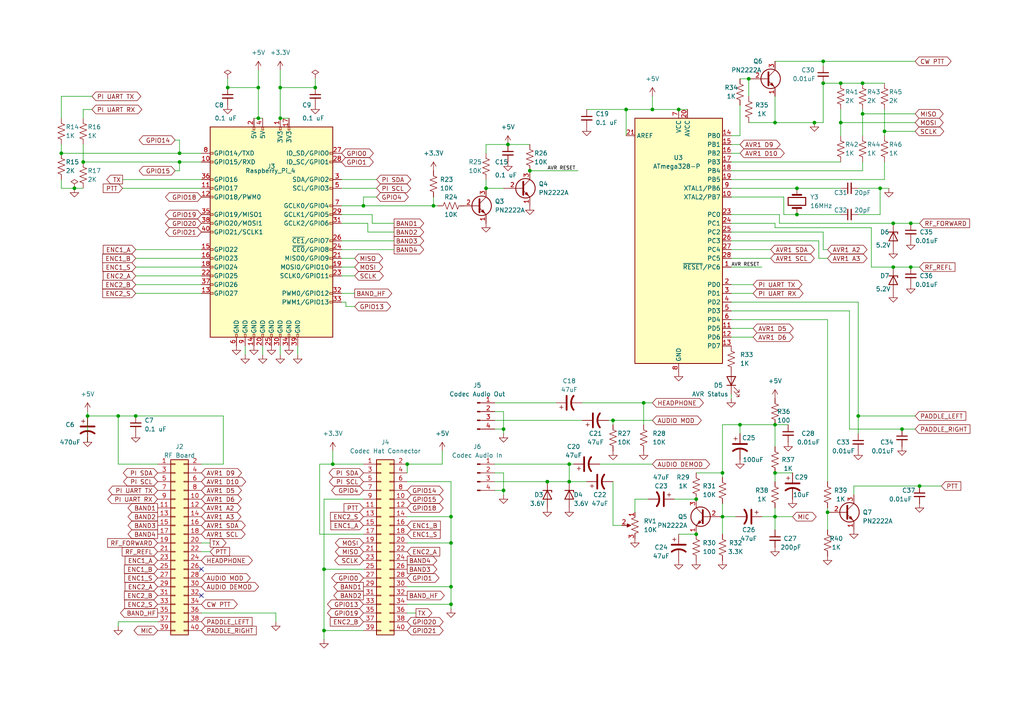
<source format=kicad_sch>
(kicad_sch (version 20230121) (generator eeschema)
  (paper "A4")
  (junction (at 93.98 182.88))
  (junction (at 238.76 24.13))
  (junction (at 250.19 33.02))
  (junction (at 224.79 123.19))
  (junction (at 264.16 64.77))
  (junction (at 256.54 38.1))
  (junction (at 118.11 134.62))
  (junction (at 91.44 25.4))
  (junction (at 130.81 170.18))
  (junction (at 81.28 34.29))
  (junction (at 189.23 31.75))
  (junction (at 243.84 35.56))
  (junction (at 196.85 31.75))
  (junction (at 224.79 149.86))
  (junction (at 259.08 77.47))
  (junction (at 236.22 35.56))
  (junction (at 81.28 25.4))
  (junction (at 264.16 77.47))
  (junction (at 243.84 24.13))
  (junction (at 96.52 134.62))
  (junction (at 125.73 59.69))
  (junction (at 52.07 44.45))
  (junction (at 24.13 46.99))
  (junction (at 39.37 120.65))
  (junction (at 130.81 149.86))
  (junction (at 201.93 144.78))
  (junction (at 261.62 124.46))
  (junction (at 250.19 24.13))
  (junction (at 259.08 64.77))
  (junction (at 153.67 49.53))
  (junction (at 217.17 22.86))
  (junction (at 238.76 17.78))
  (junction (at 255.27 54.61))
  (junction (at 224.79 35.56))
  (junction (at 165.1 139.7))
  (junction (at 209.55 137.16))
  (junction (at 21.59 54.61))
  (junction (at 130.81 157.48))
  (junction (at 158.75 139.7))
  (junction (at 240.03 148.59))
  (junction (at 25.4 120.65))
  (junction (at 181.61 31.75))
  (junction (at 34.29 120.65))
  (junction (at 17.78 44.45))
  (junction (at 147.32 41.91))
  (junction (at 105.41 59.69))
  (junction (at 214.63 123.19))
  (junction (at 177.8 121.92))
  (junction (at 266.7 140.97))
  (junction (at 146.05 142.24))
  (junction (at 52.07 46.99))
  (junction (at 74.93 34.29))
  (junction (at 209.55 149.86))
  (junction (at 146.05 124.46))
  (junction (at 140.97 54.61))
  (junction (at 74.93 25.4))
  (junction (at 130.81 175.26))
  (junction (at 231.14 54.61))
  (junction (at 93.98 165.1))
  (junction (at 248.92 120.65))
  (junction (at 66.04 25.4))
  (junction (at 165.1 134.62))
  (junction (at 186.69 116.84))
  (junction (at 201.93 154.94))
  (junction (at 231.14 62.23))
  (junction (at 224.79 137.16))
  (no_connect (at 58.42 165.1))
  (no_connect (at 58.42 172.72))
  (wire (pts (xy 91.44 22.86) (xy 91.44 25.4)))
  (wire (pts (xy 130.81 157.48) (xy 130.81 170.18)))
  (wire (pts (xy 196.85 154.94) (xy 201.93 154.94)))
  (wire (pts (xy 240.03 147.32) (xy 240.03 148.59)))
  (wire (pts (xy 143.51 124.46) (xy 146.05 124.46)))
  (wire (pts (xy 34.29 134.62) (xy 45.72 134.62)))
  (wire (pts (xy 212.09 64.77) (xy 224.79 64.77)))
  (wire (pts (xy 214.63 123.19) (xy 224.79 123.19)))
  (wire (pts (xy 248.92 120.65) (xy 248.92 125.73)))
  (wire (pts (xy 118.11 139.7) (xy 130.81 139.7)))
  (wire (pts (xy 168.91 116.84) (xy 186.69 116.84)))
  (wire (pts (xy 143.51 121.92) (xy 168.91 121.92)))
  (wire (pts (xy 93.98 182.88) (xy 93.98 185.42)))
  (wire (pts (xy 250.19 31.75) (xy 250.19 33.02)))
  (wire (pts (xy 181.61 31.75) (xy 189.23 31.75)))
  (wire (pts (xy 39.37 80.01) (xy 58.42 80.01)))
  (wire (pts (xy 243.84 35.56) (xy 265.43 35.56)))
  (wire (pts (xy 224.79 137.16) (xy 229.87 137.16)))
  (wire (pts (xy 170.18 31.75) (xy 181.61 31.75)))
  (wire (pts (xy 212.09 49.53) (xy 250.19 49.53)))
  (wire (pts (xy 93.98 165.1) (xy 93.98 182.88)))
  (wire (pts (xy 246.38 124.46) (xy 261.62 124.46)))
  (wire (pts (xy 217.17 22.86) (xy 217.17 27.94)))
  (wire (pts (xy 231.14 62.23) (xy 243.84 62.23)))
  (wire (pts (xy 209.55 123.19) (xy 214.63 123.19)))
  (wire (pts (xy 100.33 87.63) (xy 99.06 87.63)))
  (wire (pts (xy 224.79 147.32) (xy 224.79 149.86)))
  (wire (pts (xy 195.58 144.78) (xy 201.93 144.78)))
  (wire (pts (xy 209.55 146.05) (xy 209.55 149.86)))
  (wire (pts (xy 220.98 149.86) (xy 224.79 149.86)))
  (wire (pts (xy 34.29 120.65) (xy 39.37 120.65)))
  (wire (pts (xy 256.54 38.1) (xy 256.54 39.37)))
  (wire (pts (xy 86.36 100.33) (xy 86.36 102.87)))
  (wire (pts (xy 93.98 144.78) (xy 93.98 165.1)))
  (wire (pts (xy 105.41 57.15) (xy 105.41 59.69)))
  (wire (pts (xy 240.03 92.71) (xy 240.03 139.7)))
  (wire (pts (xy 45.72 180.34) (xy 34.29 180.34)))
  (wire (pts (xy 226.06 64.77) (xy 259.08 64.77)))
  (wire (pts (xy 264.16 64.77) (xy 266.7 64.77)))
  (wire (pts (xy 99.06 54.61) (xy 109.22 54.61)))
  (wire (pts (xy 261.62 124.46) (xy 265.43 124.46)))
  (wire (pts (xy 224.79 137.16) (xy 224.79 139.7)))
  (wire (pts (xy 81.28 20.32) (xy 81.28 25.4)))
  (wire (pts (xy 238.76 67.31) (xy 238.76 72.39)))
  (wire (pts (xy 39.37 82.55) (xy 58.42 82.55)))
  (wire (pts (xy 252.73 77.47) (xy 259.08 77.47)))
  (wire (pts (xy 105.41 59.69) (xy 125.73 59.69)))
  (wire (pts (xy 212.09 72.39) (xy 223.52 72.39)))
  (wire (pts (xy 105.41 154.94) (xy 92.71 154.94)))
  (wire (pts (xy 17.78 41.91) (xy 17.78 44.45)))
  (wire (pts (xy 118.11 175.26) (xy 130.81 175.26)))
  (wire (pts (xy 214.63 123.19) (xy 214.63 125.73)))
  (wire (pts (xy 99.06 64.77) (xy 106.68 64.77)))
  (wire (pts (xy 125.73 59.69) (xy 127 59.69)))
  (wire (pts (xy 250.19 49.53) (xy 250.19 46.99)))
  (wire (pts (xy 118.11 170.18) (xy 130.81 170.18)))
  (wire (pts (xy 17.78 52.07) (xy 17.78 54.61)))
  (wire (pts (xy 248.92 87.63) (xy 212.09 87.63)))
  (wire (pts (xy 212.09 90.17) (xy 246.38 90.17)))
  (wire (pts (xy 238.76 17.78) (xy 238.76 19.05)))
  (wire (pts (xy 128.27 134.62) (xy 118.11 134.62)))
  (wire (pts (xy 146.05 124.46) (xy 146.05 125.73)))
  (wire (pts (xy 196.85 31.75) (xy 199.39 31.75)))
  (wire (pts (xy 26.67 27.94) (xy 17.78 27.94)))
  (wire (pts (xy 25.4 119.38) (xy 25.4 120.65)))
  (wire (pts (xy 165.1 134.62) (xy 165.1 139.7)))
  (wire (pts (xy 189.23 31.75) (xy 196.85 31.75)))
  (wire (pts (xy 24.13 41.91) (xy 24.13 46.99)))
  (wire (pts (xy 246.38 90.17) (xy 246.38 124.46)))
  (wire (pts (xy 247.65 140.97) (xy 247.65 143.51)))
  (wire (pts (xy 106.68 64.77) (xy 106.68 67.31)))
  (wire (pts (xy 212.09 85.09) (xy 218.44 85.09)))
  (wire (pts (xy 92.71 134.62) (xy 92.71 154.94)))
  (wire (pts (xy 227.33 57.15) (xy 227.33 62.23)))
  (wire (pts (xy 181.61 39.37) (xy 181.61 31.75)))
  (wire (pts (xy 130.81 149.86) (xy 130.81 157.48)))
  (wire (pts (xy 184.15 144.78) (xy 184.15 148.59)))
  (wire (pts (xy 187.96 144.78) (xy 184.15 144.78)))
  (wire (pts (xy 66.04 22.86) (xy 66.04 25.4)))
  (wire (pts (xy 177.8 121.92) (xy 189.23 121.92)))
  (wire (pts (xy 186.69 116.84) (xy 189.23 116.84)))
  (wire (pts (xy 106.68 67.31) (xy 114.3 67.31)))
  (wire (pts (xy 237.49 69.85) (xy 237.49 74.93)))
  (wire (pts (xy 102.87 88.9) (xy 100.33 88.9)))
  (wire (pts (xy 71.12 100.33) (xy 71.12 102.87)))
  (wire (pts (xy 74.93 34.29) (xy 76.2 34.29)))
  (wire (pts (xy 50.8 40.64) (xy 52.07 40.64)))
  (wire (pts (xy 255.27 62.23) (xy 248.92 62.23)))
  (wire (pts (xy 74.93 25.4) (xy 74.93 34.29)))
  (wire (pts (xy 255.27 54.61) (xy 257.81 54.61)))
  (wire (pts (xy 143.51 116.84) (xy 161.29 116.84)))
  (wire (pts (xy 238.76 72.39) (xy 240.03 72.39)))
  (wire (pts (xy 238.76 35.56) (xy 236.22 35.56)))
  (wire (pts (xy 125.73 57.15) (xy 125.73 59.69)))
  (wire (pts (xy 224.79 17.78) (xy 238.76 17.78)))
  (wire (pts (xy 52.07 49.53) (xy 52.07 46.99)))
  (wire (pts (xy 212.09 92.71) (xy 240.03 92.71)))
  (wire (pts (xy 118.11 134.62) (xy 118.11 137.16)))
  (wire (pts (xy 99.06 52.07) (xy 109.22 52.07)))
  (wire (pts (xy 252.73 66.04) (xy 252.73 77.47)))
  (wire (pts (xy 52.07 44.45) (xy 58.42 44.45)))
  (wire (pts (xy 140.97 41.91) (xy 140.97 44.45)))
  (wire (pts (xy 243.84 24.13) (xy 250.19 24.13)))
  (wire (pts (xy 214.63 22.86) (xy 217.17 22.86)))
  (wire (pts (xy 165.1 134.62) (xy 166.37 134.62)))
  (wire (pts (xy 52.07 40.64) (xy 52.07 44.45)))
  (wire (pts (xy 212.09 114.3) (xy 212.09 115.57)))
  (wire (pts (xy 99.06 69.85) (xy 114.3 69.85)))
  (wire (pts (xy 99.06 59.69) (xy 105.41 59.69)))
  (wire (pts (xy 58.42 177.8) (xy 80.01 177.8)))
  (wire (pts (xy 99.06 72.39) (xy 114.3 72.39)))
  (wire (pts (xy 266.7 140.97) (xy 247.65 140.97)))
  (wire (pts (xy 250.19 24.13) (xy 256.54 24.13)))
  (wire (pts (xy 140.97 54.61) (xy 146.05 54.61)))
  (wire (pts (xy 60.96 157.48) (xy 58.42 157.48)))
  (wire (pts (xy 118.11 177.8) (xy 120.65 177.8)))
  (wire (pts (xy 39.37 74.93) (xy 58.42 74.93)))
  (wire (pts (xy 76.2 100.33) (xy 76.2 102.87)))
  (wire (pts (xy 140.97 52.07) (xy 140.97 54.61)))
  (wire (pts (xy 224.79 123.19) (xy 224.79 129.54)))
  (wire (pts (xy 176.53 121.92) (xy 177.8 121.92)))
  (wire (pts (xy 73.66 34.29) (xy 74.93 34.29)))
  (wire (pts (xy 143.51 119.38) (xy 146.05 119.38)))
  (wire (pts (xy 21.59 54.61) (xy 24.13 54.61)))
  (wire (pts (xy 243.84 31.75) (xy 243.84 35.56)))
  (wire (pts (xy 212.09 46.99) (xy 243.84 46.99)))
  (wire (pts (xy 212.09 95.25) (xy 218.44 95.25)))
  (wire (pts (xy 201.93 137.16) (xy 209.55 137.16)))
  (wire (pts (xy 52.07 46.99) (xy 58.42 46.99)))
  (wire (pts (xy 212.09 39.37) (xy 214.63 39.37)))
  (wire (pts (xy 128.27 130.81) (xy 128.27 134.62)))
  (wire (pts (xy 100.33 88.9) (xy 100.33 87.63)))
  (wire (pts (xy 50.8 49.53) (xy 52.07 49.53)))
  (wire (pts (xy 224.79 64.77) (xy 224.79 66.04)))
  (wire (pts (xy 227.33 62.23) (xy 231.14 62.23)))
  (wire (pts (xy 231.14 54.61) (xy 243.84 54.61)))
  (wire (pts (xy 81.28 25.4) (xy 81.28 34.29)))
  (wire (pts (xy 34.29 180.34) (xy 34.29 181.61)))
  (wire (pts (xy 259.08 77.47) (xy 264.16 77.47)))
  (wire (pts (xy 256.54 31.75) (xy 256.54 38.1)))
  (wire (pts (xy 266.7 140.97) (xy 273.05 140.97)))
  (wire (pts (xy 35.56 54.61) (xy 58.42 54.61)))
  (wire (pts (xy 39.37 77.47) (xy 58.42 77.47)))
  (wire (pts (xy 212.09 41.91) (xy 214.63 41.91)))
  (wire (pts (xy 212.09 54.61) (xy 231.14 54.61)))
  (wire (pts (xy 248.92 120.65) (xy 248.92 87.63)))
  (wire (pts (xy 143.51 139.7) (xy 158.75 139.7)))
  (wire (pts (xy 236.22 35.56) (xy 224.79 35.56)))
  (wire (pts (xy 143.51 137.16) (xy 146.05 137.16)))
  (wire (pts (xy 212.09 69.85) (xy 237.49 69.85)))
  (wire (pts (xy 224.79 66.04) (xy 252.73 66.04)))
  (wire (pts (xy 64.77 120.65) (xy 64.77 134.62)))
  (wire (pts (xy 214.63 30.48) (xy 214.63 39.37)))
  (wire (pts (xy 99.06 62.23) (xy 107.95 62.23)))
  (wire (pts (xy 212.09 74.93) (xy 223.52 74.93)))
  (wire (pts (xy 255.27 62.23) (xy 255.27 54.61)))
  (wire (pts (xy 92.71 134.62) (xy 96.52 134.62)))
  (wire (pts (xy 212.09 52.07) (xy 256.54 52.07)))
  (wire (pts (xy 173.99 134.62) (xy 189.23 134.62)))
  (wire (pts (xy 105.41 144.78) (xy 93.98 144.78)))
  (wire (pts (xy 74.93 20.32) (xy 74.93 25.4)))
  (wire (pts (xy 96.52 134.62) (xy 105.41 134.62)))
  (wire (pts (xy 147.32 41.91) (xy 140.97 41.91)))
  (wire (pts (xy 209.55 149.86) (xy 213.36 149.86)))
  (wire (pts (xy 158.75 139.7) (xy 165.1 139.7)))
  (wire (pts (xy 80.01 177.8) (xy 80.01 180.34)))
  (wire (pts (xy 238.76 17.78) (xy 265.43 17.78)))
  (wire (pts (xy 265.43 120.65) (xy 248.92 120.65)))
  (wire (pts (xy 224.79 35.56) (xy 217.17 35.56)))
  (wire (pts (xy 39.37 72.39) (xy 58.42 72.39)))
  (wire (pts (xy 146.05 119.38) (xy 146.05 124.46)))
  (wire (pts (xy 212.09 82.55) (xy 218.44 82.55)))
  (wire (pts (xy 248.92 54.61) (xy 255.27 54.61)))
  (wire (pts (xy 212.09 97.79) (xy 218.44 97.79)))
  (wire (pts (xy 146.05 137.16) (xy 146.05 142.24)))
  (wire (pts (xy 64.77 134.62) (xy 58.42 134.62)))
  (wire (pts (xy 35.56 52.07) (xy 58.42 52.07)))
  (wire (pts (xy 25.4 127) (xy 25.4 128.27)))
  (wire (pts (xy 243.84 24.13) (xy 238.76 24.13)))
  (wire (pts (xy 143.51 142.24) (xy 146.05 142.24)))
  (wire (pts (xy 153.67 41.91) (xy 147.32 41.91)))
  (wire (pts (xy 209.55 138.43) (xy 209.55 137.16)))
  (wire (pts (xy 224.79 149.86) (xy 229.87 149.86)))
  (wire (pts (xy 93.98 182.88) (xy 105.41 182.88)))
  (wire (pts (xy 99.06 74.93) (xy 102.87 74.93)))
  (wire (pts (xy 177.8 121.92) (xy 177.8 123.19)))
  (wire (pts (xy 224.79 27.94) (xy 224.79 35.56)))
  (wire (pts (xy 34.29 134.62) (xy 34.29 120.65)))
  (wire (pts (xy 26.67 31.75) (xy 24.13 31.75)))
  (wire (pts (xy 24.13 31.75) (xy 24.13 34.29)))
  (wire (pts (xy 237.49 74.93) (xy 240.03 74.93)))
  (wire (pts (xy 99.06 80.01) (xy 102.87 80.01)))
  (wire (pts (xy 130.81 170.18) (xy 130.81 175.26)))
  (wire (pts (xy 81.28 34.29) (xy 83.82 34.29)))
  (wire (pts (xy 212.09 62.23) (xy 226.06 62.23)))
  (wire (pts (xy 99.06 77.47) (xy 102.87 77.47)))
  (wire (pts (xy 17.78 27.94) (xy 17.78 34.29)))
  (wire (pts (xy 186.69 116.84) (xy 186.69 123.19)))
  (wire (pts (xy 130.81 175.26) (xy 130.81 176.53)))
  (wire (pts (xy 99.06 85.09) (xy 102.87 85.09)))
  (wire (pts (xy 96.52 130.81) (xy 96.52 134.62)))
  (wire (pts (xy 134.62 59.69) (xy 133.35 59.69)))
  (wire (pts (xy 189.23 27.94) (xy 189.23 31.75)))
  (wire (pts (xy 153.67 49.53) (xy 167.64 49.53)))
  (wire (pts (xy 146.05 142.24) (xy 146.05 143.51)))
  (wire (pts (xy 238.76 24.13) (xy 238.76 35.56)))
  (wire (pts (xy 177.8 152.4) (xy 180.34 152.4)))
  (wire (pts (xy 250.19 33.02) (xy 265.43 33.02)))
  (wire (pts (xy 165.1 139.7) (xy 170.18 139.7)))
  (wire (pts (xy 24.13 46.99) (xy 52.07 46.99)))
  (wire (pts (xy 109.22 57.15) (xy 105.41 57.15)))
  (wire (pts (xy 81.28 100.33) (xy 81.28 102.87)))
  (wire (pts (xy 118.11 149.86) (xy 130.81 149.86)))
  (wire (pts (xy 58.42 160.02) (xy 60.96 160.02)))
  (wire (pts (xy 25.4 120.65) (xy 34.29 120.65)))
  (wire (pts (xy 93.98 165.1) (xy 105.41 165.1)))
  (wire (pts (xy 130.81 139.7) (xy 130.81 149.86)))
  (wire (pts (xy 240.03 148.59) (xy 240.03 153.67)))
  (wire (pts (xy 25.4 125.73) (xy 25.4 120.65)))
  (wire (pts (xy 212.09 57.15) (xy 227.33 57.15)))
  (wire (pts (xy 212.09 107.95) (xy 212.09 106.68)))
  (wire (pts (xy 224.79 149.86) (xy 224.79 153.67)))
  (wire (pts (xy 107.95 64.77) (xy 114.3 64.77)))
  (wire (pts (xy 107.95 62.23) (xy 107.95 64.77)))
  (wire (pts (xy 177.8 139.7) (xy 177.8 152.4)))
  (wire (pts (xy 39.37 85.09) (xy 58.42 85.09)))
  (wire (pts (xy 81.28 25.4) (xy 91.44 25.4)))
  (wire (pts (xy 226.06 62.23) (xy 226.06 64.77)))
  (wire (pts (xy 39.37 120.65) (xy 64.77 120.65)))
  (wire (pts (xy 212.09 44.45) (xy 214.63 44.45)))
  (wire (pts (xy 224.79 123.19) (xy 228.6 123.19)))
  (wire (pts (xy 143.51 134.62) (xy 165.1 134.62)))
  (wire (pts (xy 66.04 25.4) (xy 74.93 25.4)))
  (wire (pts (xy 118.11 157.48) (xy 130.81 157.48)))
  (wire (pts (xy 264.16 77.47) (xy 266.7 77.47)))
  (wire (pts (xy 17.78 44.45) (xy 52.07 44.45)))
  (wire (pts (xy 259.08 64.77) (xy 264.16 64.77)))
  (wire (pts (xy 17.78 54.61) (xy 21.59 54.61)))
  (wire (pts (xy 250.19 33.02) (xy 250.19 39.37)))
  (wire (pts (xy 212.09 67.31) (xy 238.76 67.31)))
  (wire (pts (xy 243.84 35.56) (xy 243.84 39.37)))
  (wire (pts (xy 209.55 149.86) (xy 209.55 154.94)))
  (wire (pts (xy 256.54 52.07) (xy 256.54 46.99)))
  (wire (pts (xy 256.54 38.1) (xy 265.43 38.1)))
  (wire (pts (xy 212.09 77.47) (xy 220.98 77.47)))
  (wire (pts (xy 209.55 137.16) (xy 209.55 123.19)))
  (label "AVR RESET" (at 158.75 49.53 0) (effects (font (size 1 1))))
  (label "AVR RESET" (at 212.09 77.47 0) (effects (font (size 1 1))))
  (global_label "PTT" (shape input) (at 35.56 54.61 180) (property "Intersheetrefs" "${INTERSHEET_REFS}" (effects hide)))
  (global_label "PI SDA" (shape bidirectional) (at 109.22 52.07 0) (property "Intersheetrefs" "${INTERSHEET_REFS}" (effects hide)))
  (global_label "AUDIO DEMOD" (shape bidirectional) (at 58.42 170.18 0) (property "Intersheetrefs" "${INTERSHEET_REFS}" (effects hide)))
  (global_label "PADDLE_LEFT" (shape input) (at 58.42 180.34 0) (property "Intersheetrefs" "${INTERSHEET_REFS}" (effects hide)))
  (global_label "GPIO15" (shape bidirectional) (at 50.8 49.53 180) (property "Intersheetrefs" "${INTERSHEET_REFS}" (effects hide)))
  (global_label "GPIO13" (shape bidirectional) (at 105.41 175.26 180) (property "Intersheetrefs" "${INTERSHEET_REFS}" (effects hide)))
  (global_label "BAND2" (shape output) (at 105.41 172.72 180) (property "Intersheetrefs" "${INTERSHEET_REFS}" (effects hide)))
  (global_label "BAND1" (shape output) (at 45.72 147.32 180) (property "Intersheetrefs" "${INTERSHEET_REFS}" (effects hide)))
  (global_label "TX" (shape output) (at 120.65 177.8 0) (property "Intersheetrefs" "${INTERSHEET_REFS}" (effects hide)))
  (global_label "GPIO4" (shape bidirectional) (at 109.22 57.15 0) (property "Intersheetrefs" "${INTERSHEET_REFS}" (effects hide)))
  (global_label "PI SCL" (shape bidirectional) (at 45.72 139.7 180) (property "Intersheetrefs" "${INTERSHEET_REFS}" (effects hide)))
  (global_label "GPIO4" (shape bidirectional) (at 105.41 142.24 180) (property "Intersheetrefs" "${INTERSHEET_REFS}" (effects hide)))
  (global_label "PTT" (shape input) (at 105.41 147.32 180) (property "Intersheetrefs" "${INTERSHEET_REFS}" (effects hide)))
  (global_label "ENC2_S" (shape input) (at 39.37 85.09 180) (property "Intersheetrefs" "${INTERSHEET_REFS}" (effects hide)))
  (global_label "SCLK" (shape bidirectional) (at 102.87 80.01 0) (property "Intersheetrefs" "${INTERSHEET_REFS}" (effects hide)))
  (global_label "BAND_HF" (shape output) (at 45.72 177.8 180) (property "Intersheetrefs" "${INTERSHEET_REFS}" (effects hide)))
  (global_label "ENC2_A" (shape input) (at 45.72 170.18 180) (property "Intersheetrefs" "${INTERSHEET_REFS}" (effects hide)))
  (global_label "MIC" (shape bidirectional) (at 229.87 149.86 0) (property "Intersheetrefs" "${INTERSHEET_REFS}" (effects hide)))
  (global_label "ENC1_A" (shape input) (at 39.37 72.39 180) (property "Intersheetrefs" "${INTERSHEET_REFS}" (effects hide)))
  (global_label "PTT" (shape input) (at 60.96 160.02 0) (property "Intersheetrefs" "${INTERSHEET_REFS}" (effects hide)))
  (global_label "ENC1_A" (shape input) (at 45.72 162.56 180) (property "Intersheetrefs" "${INTERSHEET_REFS}" (effects hide)))
  (global_label "AVR1 D10" (shape bidirectional) (at 58.42 139.7 0) (property "Intersheetrefs" "${INTERSHEET_REFS}" (effects hide)))
  (global_label "AVR1 A3" (shape bidirectional) (at 240.03 74.93 0) (property "Intersheetrefs" "${INTERSHEET_REFS}" (effects hide)))
  (global_label "ENC1_B" (shape input) (at 39.37 74.93 180) (property "Intersheetrefs" "${INTERSHEET_REFS}" (effects hide)))
  (global_label "RF_REFL" (shape input) (at 266.7 77.47 0) (property "Intersheetrefs" "${INTERSHEET_REFS}" (effects hide)))
  (global_label "GPIO20" (shape bidirectional) (at 118.11 180.34 0) (property "Intersheetrefs" "${INTERSHEET_REFS}" (effects hide)))
  (global_label "BAND_HF" (shape output) (at 102.87 85.09 0) (property "Intersheetrefs" "${INTERSHEET_REFS}" (effects hide)))
  (global_label "PI SCL" (shape bidirectional) (at 109.22 54.61 0) (property "Intersheetrefs" "${INTERSHEET_REFS}" (effects hide)))
  (global_label "AVR1 D9" (shape bidirectional) (at 58.42 137.16 0) (property "Intersheetrefs" "${INTERSHEET_REFS}" (effects hide)))
  (global_label "BAND3" (shape output) (at 114.3 69.85 0) (property "Intersheetrefs" "${INTERSHEET_REFS}" (effects hide)))
  (global_label "GPIO15" (shape bidirectional) (at 118.11 144.78 0) (property "Intersheetrefs" "${INTERSHEET_REFS}" (effects hide)))
  (global_label "MISO" (shape bidirectional) (at 105.41 160.02 180) (property "Intersheetrefs" "${INTERSHEET_REFS}" (effects hide)))
  (global_label "AUDIO DEMOD" (shape bidirectional) (at 189.23 134.62 0) (property "Intersheetrefs" "${INTERSHEET_REFS}" (effects hide)))
  (global_label "RF_FORWARD" (shape input) (at 45.72 157.48 180) (property "Intersheetrefs" "${INTERSHEET_REFS}" (effects hide)))
  (global_label "HEADPHONE" (shape bidirectional) (at 58.42 162.56 0) (property "Intersheetrefs" "${INTERSHEET_REFS}" (effects hide)))
  (global_label "ENC2_B" (shape input) (at 105.41 180.34 180) (property "Intersheetrefs" "${INTERSHEET_REFS}" (effects hide)))
  (global_label "ENC1_S" (shape input) (at 45.72 167.64 180) (property "Intersheetrefs" "${INTERSHEET_REFS}" (effects hide)))
  (global_label "ENC2_A" (shape input) (at 118.11 160.02 0) (property "Intersheetrefs" "${INTERSHEET_REFS}" (effects hide)))
  (global_label "GPIO19" (shape bidirectional) (at 105.41 177.8 180) (property "Intersheetrefs" "${INTERSHEET_REFS}" (effects hide)))
  (global_label "GPIO21" (shape bidirectional) (at 58.42 67.31 180) (property "Intersheetrefs" "${INTERSHEET_REFS}" (effects hide)))
  (global_label "GPIO14" (shape bidirectional) (at 118.11 142.24 0) (property "Intersheetrefs" "${INTERSHEET_REFS}" (effects hide)))
  (global_label "PI UART RX" (shape bidirectional) (at 218.44 85.09 0) (property "Intersheetrefs" "${INTERSHEET_REFS}" (effects hide)))
  (global_label "ENC1_B" (shape input) (at 118.11 152.4 0) (property "Intersheetrefs" "${INTERSHEET_REFS}" (effects hide)))
  (global_label "BAND1" (shape output) (at 105.41 170.18 180) (property "Intersheetrefs" "${INTERSHEET_REFS}" (effects hide)))
  (global_label "GPIO13" (shape bidirectional) (at 102.87 88.9 0) (property "Intersheetrefs" "${INTERSHEET_REFS}" (effects hide)))
  (global_label "GPIO14" (shape bidirectional) (at 50.8 40.64 180) (property "Intersheetrefs" "${INTERSHEET_REFS}" (effects hide)))
  (global_label "ENC2_A" (shape input) (at 39.37 80.01 180) (property "Intersheetrefs" "${INTERSHEET_REFS}" (effects hide)))
  (global_label "PI UART TX" (shape bidirectional) (at 218.44 82.55 0) (property "Intersheetrefs" "${INTERSHEET_REFS}" (effects hide)))
  (global_label "TX" (shape output) (at 35.56 52.07 180) (property "Intersheetrefs" "${INTERSHEET_REFS}" (effects hide)))
  (global_label "PADDLE_RIGHT" (shape input) (at 265.43 124.46 0) (property "Intersheetrefs" "${INTERSHEET_REFS}" (effects hide)))
  (global_label "BAND2" (shape output) (at 114.3 67.31 0) (property "Intersheetrefs" "${INTERSHEET_REFS}" (effects hide)))
  (global_label "PI SDA" (shape bidirectional) (at 45.72 137.16 180) (property "Intersheetrefs" "${INTERSHEET_REFS}" (effects hide)))
  (global_label "CW PTT" (shape bidirectional) (at 58.42 175.26 0) (property "Intersheetrefs" "${INTERSHEET_REFS}" (effects hide)))
  (global_label "HEADPHONE" (shape bidirectional) (at 189.23 116.84 0) (property "Intersheetrefs" "${INTERSHEET_REFS}" (effects hide)))
  (global_label "BAND4" (shape output) (at 118.11 162.56 0) (property "Intersheetrefs" "${INTERSHEET_REFS}" (effects hide)))
  (global_label "AVR1 SDA" (shape bidirectional) (at 223.52 72.39 0) (property "Intersheetrefs" "${INTERSHEET_REFS}" (effects hide)))
  (global_label "ENC1_A" (shape input) (at 105.41 152.4 180) (property "Intersheetrefs" "${INTERSHEET_REFS}" (effects hide)))
  (global_label "SCLK" (shape bidirectional) (at 265.43 38.1 0) (property "Intersheetrefs" "${INTERSHEET_REFS}" (effects hide)))
  (global_label "ENC2_S" (shape input) (at 105.41 149.86 180) (property "Intersheetrefs" "${INTERSHEET_REFS}" (effects hide)))
  (global_label "PI UART RX" (shape bidirectional) (at 26.67 31.75 0) (property "Intersheetrefs" "${INTERSHEET_REFS}" (effects hide)))
  (global_label "TX" (shape output) (at 60.96 157.48 0) (property "Intersheetrefs" "${INTERSHEET_REFS}" (effects hide)))
  (global_label "BAND3" (shape output) (at 45.72 152.4 180) (property "Intersheetrefs" "${INTERSHEET_REFS}" (effects hide)))
  (global_label "ENC1_B" (shape input) (at 45.72 165.1 180) (property "Intersheetrefs" "${INTERSHEET_REFS}" (effects hide)))
  (global_label "ENC2_B" (shape input) (at 45.72 172.72 180) (property "Intersheetrefs" "${INTERSHEET_REFS}" (effects hide)))
  (global_label "AVR1 D5" (shape bidirectional) (at 58.42 142.24 0) (property "Intersheetrefs" "${INTERSHEET_REFS}" (effects hide)))
  (global_label "PADDLE_LEFT" (shape input) (at 265.43 120.65 0) (property "Intersheetrefs" "${INTERSHEET_REFS}" (effects hide)))
  (global_label "PADDLE_RIGHT" (shape input) (at 58.42 182.88 0) (property "Intersheetrefs" "${INTERSHEET_REFS}" (effects hide)))
  (global_label "BAND1" (shape output) (at 114.3 64.77 0) (property "Intersheetrefs" "${INTERSHEET_REFS}" (effects hide)))
  (global_label "GPIO18" (shape bidirectional) (at 58.42 57.15 180) (property "Intersheetrefs" "${INTERSHEET_REFS}" (effects hide)))
  (global_label "AVR1 SDA" (shape bidirectional) (at 58.42 152.4 0) (property "Intersheetrefs" "${INTERSHEET_REFS}" (effects hide)))
  (global_label "RF_FORWARD" (shape input) (at 266.7 64.77 0) (property "Intersheetrefs" "${INTERSHEET_REFS}" (effects hide)))
  (global_label "AUDIO MOD" (shape bidirectional) (at 189.23 121.92 0) (property "Intersheetrefs" "${INTERSHEET_REFS}" (effects hide)))
  (global_label "RF_REFL" (shape input) (at 45.72 160.02 180) (property "Intersheetrefs" "${INTERSHEET_REFS}" (effects hide)))
  (global_label "PTT" (shape input) (at 273.05 140.97 0) (property "Intersheetrefs" "${INTERSHEET_REFS}" (effects hide)))
  (global_label "SCLK" (shape bidirectional) (at 105.41 162.56 180) (property "Intersheetrefs" "${INTERSHEET_REFS}" (effects hide)))
  (global_label "MISO" (shape bidirectional) (at 102.87 74.93 0) (property "Intersheetrefs" "${INTERSHEET_REFS}" (effects hide)))
  (global_label "GPIO19" (shape bidirectional) (at 58.42 62.23 180) (property "Intersheetrefs" "${INTERSHEET_REFS}" (effects hide)))
  (global_label "GPIO18" (shape bidirectional) (at 118.11 147.32 0) (property "Intersheetrefs" "${INTERSHEET_REFS}" (effects hide)))
  (global_label "MISO" (shape bidirectional) (at 265.43 33.02 0) (property "Intersheetrefs" "${INTERSHEET_REFS}" (effects hide)))
  (global_label "GPIO0" (shape bidirectional) (at 99.06 44.45 0) (property "Intersheetrefs" "${INTERSHEET_REFS}" (effects hide)))
  (global_label "PI SCL" (shape bidirectional) (at 105.41 139.7 180) (property "Intersheetrefs" "${INTERSHEET_REFS}" (effects hide)))
  (global_label "MIC" (shape bidirectional) (at 45.72 182.88 180) (property "Intersheetrefs" "${INTERSHEET_REFS}" (effects hide)))
  (global_label "BAND2" (shape output) (at 45.72 149.86 180) (property "Intersheetrefs" "${INTERSHEET_REFS}" (effects hide)))
  (global_label "AVR1 SCL" (shape bidirectional) (at 223.52 74.93 0) (property "Intersheetrefs" "${INTERSHEET_REFS}" (effects hide)))
  (global_label "PI UART TX" (shape bidirectional) (at 45.72 142.24 180) (property "Intersheetrefs" "${INTERSHEET_REFS}" (effects hide)))
  (global_label "CW PTT" (shape bidirectional) (at 265.43 17.78 0) (property "Intersheetrefs" "${INTERSHEET_REFS}" (effects hide)))
  (global_label "GPIO21" (shape bidirectional) (at 118.11 182.88 0) (property "Intersheetrefs" "${INTERSHEET_REFS}" (effects hide)))
  (global_label "MOSI" (shape bidirectional) (at 265.43 35.56 0) (property "Intersheetrefs" "${INTERSHEET_REFS}" (effects hide)))
  (global_label "AVR1 D6" (shape bidirectional) (at 218.44 97.79 0) (property "Intersheetrefs" "${INTERSHEET_REFS}" (effects hide)))
  (global_label "AVR1 D5" (shape bidirectional) (at 218.44 95.25 0) (property "Intersheetrefs" "${INTERSHEET_REFS}" (effects hide)))
  (global_label "AVR1 A2" (shape bidirectional) (at 240.03 72.39 0) (property "Intersheetrefs" "${INTERSHEET_REFS}" (effects hide)))
  (global_label "PI SDA" (shape bidirectional) (at 105.41 137.16 180) (property "Intersheetrefs" "${INTERSHEET_REFS}" (effects hide)))
  (global_label "ENC1_S" (shape input) (at 118.11 154.94 0) (property "Intersheetrefs" "${INTERSHEET_REFS}" (effects hide)))
  (global_label "AVR1 D10" (shape bidirectional) (at 214.63 44.45 0) (property "Intersheetrefs" "${INTERSHEET_REFS}" (effects hide)))
  (global_label "ENC2_B" (shape input) (at 39.37 82.55 180) (property "Intersheetrefs" "${INTERSHEET_REFS}" (effects hide)))
  (global_label "ENC2_S" (shape input) (at 45.72 175.26 180) (property "Intersheetrefs" "${INTERSHEET_REFS}" (effects hide)))
  (global_label "GPIO20" (shape bidirectional) (at 58.42 64.77 180) (property "Intersheetrefs" "${INTERSHEET_REFS}" (effects hide)))
  (global_label "BAND_HF" (shape output) (at 118.11 172.72 0) (property "Intersheetrefs" "${INTERSHEET_REFS}" (effects hide)))
  (global_label "BAND4" (shape output) (at 114.3 72.39 0) (property "Intersheetrefs" "${INTERSHEET_REFS}" (effects hide)))
  (global_label "GPIO0" (shape bidirectional) (at 105.41 167.64 180) (property "Intersheetrefs" "${INTERSHEET_REFS}" (effects hide)))
  (global_label "MOSI" (shape bidirectional) (at 105.41 157.48 180) (property "Intersheetrefs" "${INTERSHEET_REFS}" (effects hide)))
  (global_label "GPIO1" (shape bidirectional) (at 99.06 46.99 0) (property "Intersheetrefs" "${INTERSHEET_REFS}" (effects hide)))
  (global_label "ENC1_S" (shape input) (at 39.37 77.47 180) (property "Intersheetrefs" "${INTERSHEET_REFS}" (effects hide)))
  (global_label "PI UART RX" (shape bidirectional) (at 45.72 144.78 180) (property "Intersheetrefs" "${INTERSHEET_REFS}" (effects hide)))
  (global_label "BAND3" (shape output) (at 118.11 165.1 0) (property "Intersheetrefs" "${INTERSHEET_REFS}" (effects hide)))
  (global_label "MOSI" (shape bidirectional) (at 102.87 77.47 0) (property "Intersheetrefs" "${INTERSHEET_REFS}" (effects hide)))
  (global_label "AVR1 D6" (shape bidirectional) (at 58.42 144.78 0) (property "Intersheetrefs" "${INTERSHEET_REFS}" (effects hide)))
  (global_label "BAND4" (shape output) (at 45.72 154.94 180) (property "Intersheetrefs" "${INTERSHEET_REFS}" (effects hide)))
  (global_label "AUDIO MOD" (shape bidirectional) (at 58.42 167.64 0) (property "Intersheetrefs" "${INTERSHEET_REFS}" (effects hide)))
  (global_label "PI UART TX" (shape bidirectional) (at 26.67 27.94 0) (property "Intersheetrefs" "${INTERSHEET_REFS}" (effects hide)))
  (global_label "GPIO1" (shape bidirectional) (at 118.11 167.64 0) (property "Intersheetrefs" "${INTERSHEET_REFS}" (effects hide)))
  (global_label "AVR1 A2" (shape bidirectional) (at 58.42 147.32 0) (property "Intersheetrefs" "${INTERSHEET_REFS}" (effects hide)))
  (global_label "AVR1 SCL" (shape bidirectional) (at 58.42 154.94 0) (property "Intersheetrefs" "${INTERSHEET_REFS}" (effects hide)))
  (global_label "AVR1 A3" (shape bidirectional) (at 58.42 149.86 0) (property "Intersheetrefs" "${INTERSHEET_REFS}" (effects hide)))
  (global_label "AVR1 D9" (shape bidirectional) (at 214.63 41.91 0) (property "Intersheetrefs" "${INTERSHEET_REFS}" (effects hide)))
  (symbol (lib_id "power:PWR_FLAG") (at 66.04 22.86 0) (unit 1)
    (property "Reference" "#FLG02" (effects hide))
    (property "Value" "PWR_FLAG" (effects hide))
  )
  (symbol (lib_id "power:GND") (at 196.85 162.56 0) (unit 1)
    (property "Reference" "#GND044" (effects hide))
    (property "Value" "GND" (effects hide))
  )
  (symbol (lib_id "Device:R_US") (at 209.55 158.75 180) (unit 1)
    (property "Reference" "R32" (at 213.36 157.48 0))
    (property "Value" "3.3K" (at 213.36 160.02 0))
    (property "Footprint" "Resistor_THT:R_Axial_DIN0204_L3.6mm_D1.6mm_P5.08mm_Vertical" (effects hide))
  )
  (symbol (lib_id "power:GND") (at 209.55 162.56 0) (unit 1)
    (property "Reference" "#GND046" (effects hide))
    (property "Value" "GND" (effects hide))
  )
  (symbol (lib_id "power:GND") (at 21.59 54.61 0) (unit 1)
    (property "Reference" "#GND010" (effects hide))
    (property "Value" "GND" (effects hide))
  )
  (symbol (lib_id "power:GND") (at 165.1 147.32 0) (unit 1)
    (property "Reference" "#GND038" (effects hide))
    (property "Value" "GND" (effects hide))
  )
  (symbol (lib_id "Device:C_Polarized_US") (at 191.77 144.78 270) (unit 1)
    (property "Reference" "C23" (at 191.77 140.97 90))
    (property "Value" "47uF" (at 191.77 138.43 90))
    (property "Footprint" "Capacitor_THT:CP_Radial_D7.5mm_P2.50mm" (effects hide))
  )
  (symbol (lib_id "Device:R_US") (at 212.09 104.14 0) (unit 1)
    (property "Reference" "R33" (at 214.63 102.8699 0) (effects (justify left)))
    (property "Value" "1K" (at 214.63 105.4099 0) (effects (justify left)))
    (property "Footprint" "Resistor_THT:R_Axial_DIN0204_L3.6mm_D1.6mm_P5.08mm_Vertical" (effects hide))
  )
  (symbol (lib_id "Device:C_Small") (at 248.92 128.27 0) (unit 1)
    (property "Reference" "C33" (at 242.57 128.27 0) (effects (justify left)))
    (property "Value" "0.01uF" (at 241.3 130.81 0) (effects (justify left)))
    (property "Footprint" "Capacitor_THT:C_Disc_D4.7mm_W2.5mm_P5.00mm" (effects hide))
  )
  (symbol (lib_id "power:GND") (at 130.81 176.53 0) (unit 1)
    (property "Reference" "#GND026" (effects hide))
    (property "Value" "GND" (effects hide))
  )
  (symbol (lib_id "power:GND") (at 248.92 130.81 0) (unit 1)
    (property "Reference" "#GND055" (effects hide))
    (property "Value" "GND" (effects hide))
  )
  (symbol (lib_id "Device:C_Small") (at 266.7 143.51 0) (unit 1)
    (property "Reference" "C37" (at 261.62 142.24 0) (effects (justify left)))
    (property "Value" "0.01uF" (at 257.81 144.78 0) (effects (justify left)))
    (property "Footprint" "Capacitor_THT:C_Disc_D4.7mm_W2.5mm_P5.00mm" (effects hide))
  )
  (symbol (lib_id "power:GND") (at 170.18 36.83 0) (unit 1)
    (property "Reference" "#GND039" (effects hide))
    (property "Value" "GND" (effects hide))
  )
  (symbol (lib_id "Device:R_US") (at 201.93 158.75 180) (unit 1)
    (property "Reference" "R30" (at 205.74 157.48 0))
    (property "Value" "100" (at 205.74 160.02 0))
    (property "Footprint" "Resistor_THT:R_Axial_DIN0204_L3.6mm_D1.6mm_P5.08mm_Vertical" (effects hide))
  )
  (symbol (lib_id "power:PWR_FLAG") (at 21.59 54.61 0) (unit 1)
    (property "Reference" "#FLG01" (effects hide))
    (property "Value" "PWR_FLAG" (effects hide))
  )
  (symbol (lib_id "Device:C_Small") (at 246.38 62.23 90) (mirror x) (unit 1)
    (property "Reference" "C32" (at 243.84 60.96 90))
    (property "Value" "20pF" (at 250.19 60.96 90))
    (property "Footprint" "Capacitor_THT:C_Disc_D4.7mm_W2.5mm_P5.00mm" (effects hide))
  )
  (symbol (lib_id "power:GND") (at 261.62 129.54 0) (unit 1)
    (property "Reference" "#GND059" (effects hide))
    (property "Value" "GND" (effects hide))
  )
  (symbol (lib_id "power:GND") (at 76.2 102.87 0) (unit 1)
    (property "Reference" "#GND018" (effects hide))
    (property "Value" "GND" (effects hide))
  )
  (symbol (lib_id "power:GND") (at 177.8 130.81 0) (unit 1)
    (property "Reference" "#GND040" (effects hide))
    (property "Value" "GND" (effects hide))
  )
  (symbol (lib_id "power:+5V") (at 189.23 27.94 0) (unit 1)
    (property "Reference" "#PWR013" (effects hide))
    (property "Value" "+5V" (at 189.23 22.86 0))
  )
  (symbol (lib_id "power:GND") (at 259.08 72.39 0) (unit 1)
    (property "Reference" "#GND057" (effects hide))
    (property "Value" "GND" (effects hide))
  )
  (symbol (lib_id "Device:C_Small") (at 39.37 123.19 0) (unit 1)
    (property "Reference" "C7" (at 41.91 121.92 0) (effects (justify left)))
    (property "Value" "0.1 uF" (at 41.91 124.46 0) (effects (justify left)))
    (property "Footprint" "Capacitor_THT:C_Disc_D4.7mm_W2.5mm_P5.00mm" (effects hide))
  )
  (symbol (lib_id "Transistor_BJT:PN2222A") (at 245.11 148.59 0) (unit 1)
    (property "Reference" "Q7" (at 250.19 148.59 0) (effects (justify left)))
    (property "Value" "PN2222A" (at 250.19 151.13 0) (effects (justify left)))
    (property "Footprint" "Package_TO_SOT_THT:TO-92_Inline" (effects hide))
    (property "Datasheet" "https://www.onsemi.com/pub/Collateral/PN2222-D.PDF" (effects hide))
  )
  (symbol (lib_id "Device:R_US") (at 17.78 48.26 0) (unit 1)
    (property "Reference" "R15" (at 19.05 46.99 0) (effects (justify left)))
    (property "Value" "2K" (at 19.05 49.53 0) (effects (justify left)))
    (property "Footprint" "Resistor_THT:R_Axial_DIN0204_L3.6mm_D1.6mm_P5.08mm_Vertical" (effects hide))
  )
  (symbol (lib_id "Device:R_US") (at 186.69 127 0) (unit 1)
    (property "Reference" "R28" (at 189.23 125.7299 0) (effects (justify left)))
    (property "Value" "10K" (at 189.23 128.2699 0) (effects (justify left)))
    (property "Footprint" "Resistor_THT:R_Axial_DIN0204_L3.6mm_D1.6mm_P5.08mm_Vertical" (effects hide))
  )
  (symbol (lib_id "power:GND") (at 212.09 115.57 0) (unit 1)
    (property "Reference" "#GND047" (effects hide))
    (property "Value" "GND" (effects hide))
  )
  (symbol (lib_id "Device:R_US") (at 201.93 140.97 180) (unit 1)
    (property "Reference" "R29" (at 198.12 138.43 0))
    (property "Value" "1K" (at 198.12 140.97 0))
    (property "Footprint" "Resistor_THT:R_Axial_DIN0204_L3.6mm_D1.6mm_P5.08mm_Vertical" (effects hide))
  )
  (symbol (lib_id "power:GND") (at 266.7 146.05 0) (unit 1)
    (property "Reference" "#GND062" (effects hide))
    (property "Value" "GND" (effects hide))
  )
  (symbol (lib_id "Device:C_Polarized_US") (at 172.72 121.92 90) (unit 1)
    (property "Reference" "C21" (at 172.72 125.73 90))
    (property "Value" "47uF" (at 172.72 128.27 90))
    (property "Footprint" "Capacitor_THT:CP_Radial_D7.5mm_P2.50mm" (effects hide))
  )
  (symbol (lib_id "power:GND") (at 93.98 185.42 0) (unit 1)
    (property "Reference" "#GND025" (effects hide))
    (property "Value" "GND" (effects hide))
  )
  (symbol (lib_id "Transistor_BJT:PN2222A") (at 151.13 54.61 0) (unit 1)
    (property "Reference" "Q4" (at 156.21 53.3399 0) (effects (justify left)))
    (property "Value" "PN2222A" (at 156.21 55.8799 0) (effects (justify left)))
    (property "Footprint" "Package_TO_SOT_THT:TO-92_Inline" (effects hide))
    (property "Datasheet" "https://www.onsemi.com/pub/Collateral/PN2222-D.PDF" (effects hide))
  )
  (symbol (lib_id "Device:R_US") (at 125.73 53.34 0) (unit 1)
    (property "Reference" "R23" (at 129.54 52.07 0))
    (property "Value" "10K" (at 129.54 54.61 0))
    (property "Footprint" "Resistor_THT:R_Axial_DIN0204_L3.6mm_D1.6mm_P5.08mm_Vertical" (effects hide))
  )
  (symbol (lib_id "power:GND") (at 186.69 130.81 0) (unit 1)
    (property "Reference" "#GND042" (effects hide))
    (property "Value" "GND" (effects hide))
  )
  (symbol (lib_id "power:+3.3V") (at 81.28 20.32 0) (unit 1)
    (property "Reference" "#PWR08" (effects hide))
    (property "Value" "+3.3V" (at 81.28 15.24 0))
  )
  (symbol (lib_id "power:GND") (at 158.75 147.32 0) (unit 1)
    (property "Reference" "#GND037" (effects hide))
    (property "Value" "GND" (effects hide))
  )
  (symbol (lib_id "Device:C_Small") (at 228.6 125.73 0) (unit 1)
    (property "Reference" "C28" (at 232.41 125.73 0) (effects (justify left)))
    (property "Value" "0.01uF" (at 231.14 128.27 0) (effects (justify left)))
    (property "Footprint" "Capacitor_THT:C_Disc_D4.7mm_W2.5mm_P5.00mm" (effects hide))
  )
  (symbol (lib_id "power:+5V") (at 25.4 119.38 0) (mirror y) (unit 1)
    (property "Reference" "#PWR06" (effects hide))
    (property "Value" "+5V" (at 25.4 114.3 0))
  )
  (symbol (lib_id "Device:R_US") (at 214.63 26.67 180) (unit 1)
    (property "Reference" "R34" (at 212.09 25.4 0))
    (property "Value" "1K" (at 212.09 27.94 0))
    (property "Footprint" "Resistor_THT:R_Axial_DIN0204_L3.6mm_D1.6mm_P5.08mm_Vertical" (effects hide))
  )
  (symbol (lib_id "power:GND") (at 83.82 100.33 0) (unit 1)
    (property "Reference" "#GND022" (effects hide))
    (property "Value" "GND" (effects hide))
  )
  (symbol (lib_id "power:GND") (at 34.29 181.61 0) (mirror y) (unit 1)
    (property "Reference" "#GND012" (effects hide))
    (property "Value" "GND" (effects hide))
  )
  (symbol (lib_id "Device:R_US") (at 177.8 127 0) (unit 1)
    (property "Reference" "R27" (at 179.07 125.73 0) (effects (justify left)))
    (property "Value" "10K" (at 179.07 128.27 0) (effects (justify left)))
    (property "Footprint" "Resistor_THT:R_Axial_DIN0204_L3.6mm_D1.6mm_P5.08mm_Vertical" (effects hide))
  )
  (symbol (lib_id "Connector:Raspberry_Pi_2_3") (at 78.74 67.31 0) (unit 1)
    (property "Reference" "J3" (at 77.47 48.26 0) (effects (justify left)))
    (property "Value" "Raspberry_Pi_4" (at 71.12 49.53 0) (effects (justify left)))
    (property "Footprint" "Connector_PinSocket_2.54mm:PinSocket_2x20_P2.54mm_Vertical" (effects hide))
    (property "Datasheet" "https://www.raspberrypi.org/documentation/hardware/raspberrypi/schematics/rpi_SCH_3bplus_1p0_reduced.pdf" (effects hide))
  )
  (symbol (lib_id "Device:C_Small") (at 170.18 34.29 0) (unit 1)
    (property "Reference" "C19" (at 172.72 33.0262 0) (effects (justify left)))
    (property "Value" "0.1 uF" (at 172.72 35.5662 0) (effects (justify left)))
    (property "Footprint" "Capacitor_THT:C_Disc_D4.7mm_W2.5mm_P5.00mm" (effects hide))
  )
  (symbol (lib_id "Device:R_US") (at 250.19 27.94 0) (unit 1)
    (property "Reference" "R43" (at 251.46 26.67 0) (effects (justify left)))
    (property "Value" "2K" (at 251.46 29.21 0) (effects (justify left)))
    (property "Footprint" "Resistor_THT:R_Axial_DIN0204_L3.6mm_D1.6mm_P5.08mm_Vertical" (effects hide))
  )
  (symbol (lib_id "power:GND") (at 214.63 133.35 0) (unit 1)
    (property "Reference" "#GND048" (effects hide))
    (property "Value" "GND" (effects hide))
  )
  (symbol (lib_id "power:+5V") (at 128.27 130.81 0) (unit 1)
    (property "Reference" "#PWR09" (effects hide))
    (property "Value" "+5V" (at 128.27 125.73 0))
  )
  (symbol (lib_id "power:+5V") (at 147.32 41.91 0) (unit 1)
    (property "Reference" "#PWR012" (effects hide))
    (property "Value" "+5V" (at 147.32 36.83 0))
  )
  (symbol (lib_id "Device:C_Polarized_US") (at 196.85 158.75 0) (unit 1)
    (property "Reference" "C24" (at 191.77 158.75 0))
    (property "Value" "47uF" (at 191.77 161.29 0))
    (property "Footprint" "Capacitor_THT:CP_Radial_D7.5mm_P2.50mm" (effects hide))
  )
  (symbol (lib_id "Device:R_US") (at 243.84 27.94 0) (unit 1)
    (property "Reference" "R41" (at 245.11 26.67 0) (effects (justify left)))
    (property "Value" "2K" (at 245.11 29.21 0) (effects (justify left)))
    (property "Footprint" "Resistor_THT:R_Axial_DIN0204_L3.6mm_D1.6mm_P5.08mm_Vertical" (effects hide))
  )
  (symbol (lib_id "power:GND") (at 224.79 158.75 0) (unit 1)
    (property "Reference" "#GND049" (effects hide))
    (property "Value" "GND" (effects hide))
  )
  (symbol (lib_id "power:GND") (at 73.66 100.33 0) (unit 1)
    (property "Reference" "#GND017" (effects hide))
    (property "Value" "GND" (effects hide))
  )
  (symbol (lib_id "Connector:Conn_01x04_Pin") (at 138.43 119.38 0) (unit 1)
    (property "Reference" "J5" (at 138.43 111.76 0))
    (property "Value" "Codec Audio Out" (at 138.43 114.3 0))
    (property "Footprint" "Connector_PinHeader_2.54mm:PinHeader_1x04_P2.54mm_Vertical" (effects hide))
  )
  (symbol (lib_id "Device:R_US") (at 243.84 43.18 0) (unit 1)
    (property "Reference" "R42" (at 245.11 41.91 0) (effects (justify left)))
    (property "Value" "1K" (at 245.11 44.45 0) (effects (justify left)))
    (property "Footprint" "Resistor_THT:R_Axial_DIN0204_L3.6mm_D1.6mm_P5.08mm_Vertical" (effects hide))
  )
  (symbol (lib_id "power:GND") (at 80.01 180.34 0) (unit 1)
    (property "Reference" "#GND020" (effects hide))
    (property "Value" "GND" (effects hide))
  )
  (symbol (lib_id "Device:D_Zener") (at 165.1 143.51 270) (unit 1)
    (property "Reference" "D4" (at 166.37 143.51 90) (effects (justify left)))
    (property "Value" "3.6V" (at 166.37 146.05 90) (effects (justify left)))
    (property "Footprint" "Diode_THT:D_DO-201AD_P12.70mm_Horizontal" (effects hide))
  )
  (symbol (lib_id "Device:R_US") (at 240.03 143.51 180) (unit 1)
    (property "Reference" "R39" (at 243.84 142.24 0))
    (property "Value" "1K" (at 243.84 144.78 0))
    (property "Footprint" "Resistor_THT:R_Axial_DIN0204_L3.6mm_D1.6mm_P5.08mm_Vertical" (effects hide))
  )
  (symbol (lib_id "Device:C_Polarized_US") (at 229.87 140.97 0) (unit 1)
    (property "Reference" "C29" (at 232.41 138.43 0))
    (property "Value" "10uF" (at 232.41 143.51 0))
    (property "Footprint" "Capacitor_THT:CP_Radial_D7.5mm_P2.50mm" (effects hide))
  )
  (symbol (lib_id "Device:C_Polarized_US") (at 165.1 116.84 90) (unit 1)
    (property "Reference" "C18" (at 165.1 110.49 90))
    (property "Value" "47uF" (at 165.1 113.03 90))
    (property "Footprint" "Capacitor_THT:CP_Radial_D7.5mm_P2.50mm" (effects hide))
  )
  (symbol (lib_id "Transistor_BJT:PN2222A") (at 138.43 59.69 0) (unit 1)
    (property "Reference" "Q3" (at 143.51 58.4199 0) (effects (justify left)))
    (property "Value" "PN2222A" (at 143.51 60.9599 0) (effects (justify left)))
    (property "Footprint" "Package_TO_SOT_THT:TO-92_Inline" (effects hide))
    (property "Datasheet" "https://www.onsemi.com/pub/Collateral/PN2222-D.PDF" (effects hide))
  )
  (symbol (lib_id "Transistor_BJT:PN2222A") (at 204.47 149.86 0) (mirror y) (unit 1)
    (property "Reference" "Q5" (at 199.39 149.86 0) (effects (justify left)))
    (property "Value" "PN2222A" (at 199.39 152.4 0) (effects (justify left)))
    (property "Footprint" "Package_TO_SOT_THT:TO-92_Inline" (effects hide))
    (property "Datasheet" "https://www.onsemi.com/pub/Collateral/PN2222-D.PDF" (effects hide))
  )
  (symbol (lib_id "power:GND") (at 264.16 69.85 0) (unit 1)
    (property "Reference" "#GND060" (effects hide))
    (property "Value" "GND" (effects hide))
  )
  (symbol (lib_id "power:+5V") (at 224.79 115.57 0) (unit 1)
    (property "Reference" "#PWR014" (effects hide))
    (property "Value" "+5V" (at 224.79 110.49 0))
  )
  (symbol (lib_id "Device:Crystal") (at 231.14 58.42 270) (unit 1)
    (property "Reference" "Y3" (at 234.95 57.1499 90) (effects (justify left)))
    (property "Value" "16MHz" (at 234.95 59.6899 90) (effects (justify left)))
    (property "Footprint" "Crystal:Crystal_HC18-U_Vertical" (effects hide))
  )
  (symbol (lib_id "power:GND") (at 201.93 162.56 0) (unit 1)
    (property "Reference" "#GND045" (effects hide))
    (property "Value" "GND" (effects hide))
  )
  (symbol (lib_id "Device:C_Small") (at 264.16 80.01 0) (unit 1)
    (property "Reference" "C36" (at 266.7 80.01 0) (effects (justify left)))
    (property "Value" "0.01uF" (at 265.43 82.55 0) (effects (justify left)))
    (property "Footprint" "Capacitor_THT:C_Disc_D4.7mm_W2.5mm_P5.00mm" (effects hide))
  )
  (symbol (lib_id "power:GND") (at 86.36 102.87 0) (unit 1)
    (property "Reference" "#GND023" (effects hide))
    (property "Value" "GND" (effects hide))
  )
  (symbol (lib_id "Device:D_Zener") (at 158.75 143.51 270) (unit 1)
    (property "Reference" "D3" (at 154.94 143.51 90) (effects (justify left)))
    (property "Value" "3.6V" (at 153.67 146.05 90) (effects (justify left)))
    (property "Footprint" "Diode_THT:D_DO-201AD_P12.70mm_Horizontal" (effects hide))
  )
  (symbol (lib_id "power:PWR_FLAG") (at 91.44 22.86 0) (unit 1)
    (property "Reference" "#FLG03" (effects hide))
    (property "Value" "PWR_FLAG" (effects hide))
  )
  (symbol (lib_id "Device:R_US") (at 17.78 38.1 0) (unit 1)
    (property "Reference" "R14" (at 19.05 36.83 0) (effects (justify left)))
    (property "Value" "1K" (at 19.05 39.37 0) (effects (justify left)))
    (property "Footprint" "Resistor_THT:R_Axial_DIN0204_L3.6mm_D1.6mm_P5.08mm_Vertical" (effects hide))
  )
  (symbol (lib_id "Device:R_US") (at 224.79 119.38 180) (unit 1)
    (property "Reference" "R36" (at 227.33 119.38 0))
    (property "Value" "100" (at 227.33 121.92 0))
    (property "Footprint" "Resistor_THT:R_Axial_DIN0204_L3.6mm_D1.6mm_P5.08mm_Vertical" (effects hide))
  )
  (symbol (lib_id "power:GND") (at 68.58 100.33 0) (unit 1)
    (property "Reference" "#GND015" (effects hide))
    (property "Value" "GND" (effects hide))
  )
  (symbol (lib_id "Device:D_Zener") (at 259.08 81.28 270) (unit 1)
    (property "Reference" "D7" (at 255.27 80.01 90) (effects (justify left)))
    (property "Value" "5.2V" (at 254 83.82 90) (effects (justify left)))
    (property "Footprint" "Diode_THT:D_DO-201AD_P12.70mm_Horizontal" (effects hide))
  )
  (symbol (lib_id "Device:R_US") (at 224.79 143.51 180) (unit 1)
    (property "Reference" "R38" (at 220.98 142.24 0))
    (property "Value" "1K" (at 220.98 144.78 0))
    (property "Footprint" "Resistor_THT:R_Axial_DIN0204_L3.6mm_D1.6mm_P5.08mm_Vertical" (effects hide))
  )
  (symbol (lib_id "Device:C_Small") (at 238.76 21.59 0) (unit 1)
    (property "Reference" "C30" (at 232.41 20.32 0) (effects (justify left)))
    (property "Value" "0.01uF" (at 229.87 22.86 0) (effects (justify left)))
    (property "Footprint" "Capacitor_THT:C_Disc_D4.7mm_W2.5mm_P5.00mm" (effects hide))
  )
  (symbol (lib_id "Device:C_Small") (at 224.79 156.21 0) (mirror y) (unit 1)
    (property "Reference" "C27" (at 231.14 156.21 0) (effects (justify left)))
    (property "Value" "200pF" (at 232.41 158.75 0) (effects (justify left)))
    (property "Footprint" "Capacitor_THT:C_Disc_D4.7mm_W2.5mm_P5.00mm" (effects hide))
  )
  (symbol (lib_id "Device:R_Potentiometer_US") (at 184.15 152.4 0) (mirror y) (unit 1)
    (property "Reference" "RV1" (at 186.69 151.1299 0) (effects (justify right)))
    (property "Value" "10K" (at 186.69 153.6699 0) (effects (justify right)))
    (property "Footprint" "Potentiometer_THT:Potentiometer_Piher_PT-6-V_Vertical_Hole" (effects hide))
  )
  (symbol (lib_id "Device:R_US") (at 256.54 27.94 0) (unit 1)
    (property "Reference" "R45" (at 257.81 26.67 0) (effects (justify left)))
    (property "Value" "2K" (at 257.81 29.21 0) (effects (justify left)))
    (property "Footprint" "Resistor_THT:R_Axial_DIN0204_L3.6mm_D1.6mm_P5.08mm_Vertical" (effects hide))
  )
  (symbol (lib_id "power:GND") (at 228.6 128.27 0) (unit 1)
    (property "Reference" "#GND050" (effects hide))
    (property "Value" "GND" (effects hide))
  )
  (symbol (lib_id "power:+5V") (at 74.93 20.32 0) (unit 1)
    (property "Reference" "#PWR07" (effects hide))
    (property "Value" "+5V" (at 74.93 15.24 0))
  )
  (symbol (lib_id "Device:C_Small") (at 264.16 67.31 0) (unit 1)
    (property "Reference" "C35" (at 266.7 67.31 0) (effects (justify left)))
    (property "Value" "0.01uF" (at 265.43 69.85 0) (effects (justify left)))
    (property "Footprint" "Capacitor_THT:C_Disc_D4.7mm_W2.5mm_P5.00mm" (effects hide))
  )
  (symbol (lib_id "Connector_Generic:Conn_02x20_Odd_Even") (at 110.49 157.48 0) (unit 1)
    (property "Reference" "J4" (at 111.76 128.27 0))
    (property "Value" "Codec Hat Connector" (at 111.76 130.81 0))
    (property "Footprint" "Connector_PinHeader_1.00mm:PinHeader_2x20_P1.00mm_Vertical" (effects hide))
  )
  (symbol (lib_id "power:GND") (at 259.08 85.09 0) (unit 1)
    (property "Reference" "#GND058" (effects hide))
    (property "Value" "GND" (effects hide))
  )
  (symbol (lib_id "Device:C_Polarized_US") (at 217.17 149.86 270) (unit 1)
    (property "Reference" "C26" (at 217.17 153.67 90))
    (property "Value" "47uF" (at 217.17 156.21 90))
    (property "Footprint" "Capacitor_THT:CP_Radial_D7.5mm_P2.50mm" (effects hide))
  )
  (symbol (lib_id "power:GND") (at 66.04 30.48 0) (unit 1)
    (property "Reference" "#GND014" (effects hide))
    (property "Value" "GND" (effects hide))
  )
  (symbol (lib_id "power:GND") (at 264.16 82.55 0) (unit 1)
    (property "Reference" "#GND061" (effects hide))
    (property "Value" "GND" (effects hide))
  )
  (symbol (lib_id "power:GND") (at 81.28 102.87 0) (unit 1)
    (property "Reference" "#GND021" (effects hide))
    (property "Value" "GND" (effects hide))
  )
  (symbol (lib_id "Device:D_Zener") (at 259.08 68.58 270) (unit 1)
    (property "Reference" "D6" (at 255.27 67.31 90) (effects (justify left)))
    (property "Value" "5.2V" (at 254 71.12 90) (effects (justify left)))
    (property "Footprint" "Diode_THT:D_DO-201AD_P12.70mm_Horizontal" (effects hide))
  )
  (symbol (lib_id "Device:C_Polarized_US") (at 173.99 139.7 90) (unit 1)
    (property "Reference" "C22" (at 173.99 143.51 90))
    (property "Value" "47uF" (at 173.99 146.05 90))
    (property "Footprint" "Capacitor_THT:CP_Radial_D7.5mm_P2.50mm" (effects hide))
  )
  (symbol (lib_id "power:GND") (at 140.97 64.77 0) (unit 1)
    (property "Reference" "#GND031" (effects hide))
    (property "Value" "GND" (effects hide))
  )
  (symbol (lib_id "Device:R_US") (at 224.79 133.35 180) (unit 1)
    (property "Reference" "R37" (at 228.6 133.35 0))
    (property "Value" "1K" (at 228.6 135.89 0))
    (property "Footprint" "Resistor_THT:R_Axial_DIN0204_L3.6mm_D1.6mm_P5.08mm_Vertical" (effects hide))
  )
  (symbol (lib_id "Connector_Generic:Conn_02x20_Odd_Even") (at 50.8 157.48 0) (unit 1)
    (property "Reference" "J2" (at 52.07 129.54 0))
    (property "Value" "RF Board" (at 52.07 132.08 0))
    (property "Footprint" "Connector_PinHeader_1.00mm:PinHeader_2x20_P1.00mm_Vertical" (effects hide))
  )
  (symbol (lib_id "MCU_Microchip_ATmega:ATmega328-P") (at 196.85 69.85 0) (unit 1)
    (property "Reference" "U3" (at 198.12 45.72 0) (effects (justify right)))
    (property "Value" "ATmega328-P" (at 203.2 48.26 0) (effects (justify right)))
    (property "Footprint" "Package_DIP:DIP-28_W7.62mm" (effects hide))
    (property "Datasheet" "http://ww1.microchip.com/downloads/en/DeviceDoc/ATmega328_P%20AVR%20MCU%20with%20picoPower%20Technology%20Data%20Sheet%2040001984A.pdf" (effects hide))
  )
  (symbol (lib_id "power:GND") (at 153.67 59.69 0) (unit 1)
    (property "Reference" "#GND035" (effects hide))
    (property "Value" "GND" (effects hide))
  )
  (symbol (lib_id "Device:C_Small") (at 91.44 27.94 0) (unit 1)
    (property "Reference" "C9" (at 87.63 30.48 0) (effects (justify left)))
    (property "Value" "0.1 uF" (at 87.63 34.29 0) (effects (justify left)))
    (property "Footprint" "Capacitor_THT:C_Disc_D4.7mm_W2.5mm_P5.00mm" (effects hide))
  )
  (symbol (lib_id "Device:R_US") (at 153.67 45.72 0) (unit 1)
    (property "Reference" "R26" (at 154.94 44.45 0) (effects (justify left)))
    (property "Value" "10K" (at 154.94 46.99 0) (effects (justify left)))
    (property "Footprint" "Resistor_THT:R_Axial_DIN0204_L3.6mm_D1.6mm_P5.08mm_Vertical" (effects hide))
  )
  (symbol (lib_id "Device:LED") (at 212.09 110.49 90) (unit 1)
    (property "Reference" "D5" (at 207.01 111.76 90) (effects (justify right)))
    (property "Value" "AVR Status" (at 200.66 114.3 90) (effects (justify right)))
    (property "Footprint" "LED_THT:LED_D4.0mm" (effects hide))
  )
  (symbol (lib_id "Device:C_Small") (at 246.38 54.61 90) (unit 1)
    (property "Reference" "C31" (at 243.84 55.88 90))
    (property "Value" "20pF" (at 250.19 55.88 90))
    (property "Footprint" "Capacitor_THT:C_Disc_D4.7mm_W2.5mm_P5.00mm" (effects hide))
  )
  (symbol (lib_id "Device:R_US") (at 140.97 48.26 0) (unit 1)
    (property "Reference" "R25" (at 135.89 46.99 0) (effects (justify left)))
    (property "Value" "10K" (at 135.89 49.53 0) (effects (justify left)))
    (property "Footprint" "Resistor_THT:R_Axial_DIN0204_L3.6mm_D1.6mm_P5.08mm_Vertical" (effects hide))
  )
  (symbol (lib_id "Device:C_Polarized_US") (at 170.18 134.62 90) (unit 1)
    (property "Reference" "C20" (at 166.37 129.54 90))
    (property "Value" "47uF" (at 166.37 132.08 90))
    (property "Footprint" "Capacitor_THT:CP_Radial_D7.5mm_P2.50mm" (effects hide))
  )
  (symbol (lib_id "power:GND") (at 236.22 35.56 0) (unit 1)
    (property "Reference" "#GND052" (effects hide))
    (property "Value" "GND" (effects hide))
  )
  (symbol (lib_id "Device:R_US") (at 240.03 157.48 180) (unit 1)
    (property "Reference" "R40" (at 242.57 156.21 0))
    (property "Value" "1K" (at 242.57 158.75 0))
    (property "Footprint" "Resistor_THT:R_Axial_DIN0204_L3.6mm_D1.6mm_P5.08mm_Vertical" (effects hide))
  )
  (symbol (lib_id "power:GND") (at 257.81 54.61 0) (unit 1)
    (property "Reference" "#GND056" (effects hide))
    (property "Value" "GND" (effects hide))
  )
  (symbol (lib_id "power:GND") (at 39.37 125.73 0) (unit 1)
    (property "Reference" "#GND013" (effects hide))
    (property "Value" "GND" (effects hide))
  )
  (symbol (lib_id "power:+3.3V") (at 125.73 49.53 0) (unit 1)
    (property "Reference" "#PWR010" (effects hide))
    (property "Value" "+3.3V" (at 125.73 44.45 0))
  )
  (symbol (lib_id "power:GND") (at 240.03 161.29 0) (unit 1)
    (property "Reference" "#GND053" (effects hide))
    (property "Value" "GND" (effects hide))
  )
  (symbol (lib_id "power:GND") (at 247.65 153.67 0) (unit 1)
    (property "Reference" "#GND054" (effects hide))
    (property "Value" "GND" (effects hide))
  )
  (symbol (lib_id "Device:C_Small") (at 66.04 27.94 0) (unit 1)
    (property "Reference" "C8" (at 62.23 30.48 0) (effects (justify left)))
    (property "Value" "0.1 uF" (at 62.23 34.29 0) (effects (justify left)))
    (property "Footprint" "Capacitor_THT:C_Disc_D4.7mm_W2.5mm_P5.00mm" (effects hide))
  )
  (symbol (lib_id "power:GND") (at 71.12 102.87 0) (unit 1)
    (property "Reference" "#GND016" (effects hide))
    (property "Value" "GND" (effects hide))
  )
  (symbol (lib_id "Device:R_US") (at 24.13 38.1 0) (unit 1)
    (property "Reference" "R16" (at 25.4 36.83 0) (effects (justify left)))
    (property "Value" "1K" (at 25.4 39.37 0) (effects (justify left)))
    (property "Footprint" "Resistor_THT:R_Axial_DIN0204_L3.6mm_D1.6mm_P5.08mm_Vertical" (effects hide))
  )
  (symbol (lib_id "power:GND") (at 229.87 144.78 0) (unit 1)
    (property "Reference" "#GND051" (effects hide))
    (property "Value" "GND" (effects hide))
  )
  (symbol (lib_id "Device:R_US") (at 209.55 142.24 180) (unit 1)
    (property "Reference" "R31" (at 205.74 140.97 0))
    (property "Value" "10K" (at 205.74 143.51 0))
    (property "Footprint" "Resistor_THT:R_Axial_DIN0204_L3.6mm_D1.6mm_P5.08mm_Vertical" (effects hide))
  )
  (symbol (lib_id "power:GND") (at 146.05 125.73 0) (unit 1)
    (property "Reference" "#GND027" (effects hide))
    (property "Value" "GND" (effects hide))
  )
  (symbol (lib_id "Connector:Conn_01x04_Pin") (at 138.43 137.16 0) (unit 1)
    (property "Reference" "J6" (at 138.43 129.54 0))
    (property "Value" "Codec Audio In" (at 138.43 132.08 0))
    (property "Footprint" "Connector_PinHeader_2.54mm:PinHeader_1x04_P2.54mm_Vertical" (effects hide))
  )
  (symbol (lib_id "Device:R_US") (at 24.13 50.8 0) (unit 1)
    (property "Reference" "R17" (at 25.4 49.53 0) (effects (justify left)))
    (property "Value" "2K" (at 25.4 52.07 0) (effects (justify left)))
    (property "Footprint" "Resistor_THT:R_Axial_DIN0204_L3.6mm_D1.6mm_P5.08mm_Vertical" (effects hide))
  )
  (symbol (lib_id "power:GND") (at 146.05 143.51 0) (unit 1)
    (property "Reference" "#GND028" (effects hide))
    (property "Value" "GND" (effects hide))
  )
  (symbol (lib_id "Transistor_BJT:PN2222A") (at 222.25 22.86 0) (unit 1)
    (property "Reference" "Q6" (at 218.44 17.78 0) (effects (justify left)))
    (property "Value" "PN2222A" (at 212.09 20.32 0) (effects (justify left)))
    (property "Footprint" "Package_TO_SOT_THT:TO-92_Inline" (effects hide))
    (property "Datasheet" "https://www.onsemi.com/pub/Collateral/PN2222-D.PDF" (effects hide))
  )
  (symbol (lib_id "power:GND") (at 196.85 107.95 0) (unit 1)
    (property "Reference" "#GND043" (effects hide))
    (property "Value" "GND" (effects hide))
  )
  (symbol (lib_id "Device:R_US") (at 256.54 43.18 0) (unit 1)
    (property "Reference" "R46" (at 257.81 41.91 0) (effects (justify left)))
    (property "Value" "1K" (at 257.81 44.45 0) (effects (justify left)))
    (property "Footprint" "Resistor_THT:R_Axial_DIN0204_L3.6mm_D1.6mm_P5.08mm_Vertical" (effects hide))
  )
  (symbol (lib_id "Device:C_Polarized_US") (at 25.4 124.46 0) (unit 1)
    (property "Reference" "C6" (at 20.32 123.19 0))
    (property "Value" "470uF" (at 20.32 128.27 0))
    (property "Footprint" "Capacitor_THT:CP_Radial_D7.5mm_P2.50mm" (effects hide))
  )
  (symbol (lib_id "Device:C_Polarized_US") (at 214.63 129.54 0) (unit 1)
    (property "Reference" "C25" (at 217.17 127 0))
    (property "Value" "100uF" (at 218.44 133.35 0))
    (property "Footprint" "Capacitor_THT:CP_Radial_D7.5mm_P2.50mm" (effects hide))
  )
  (symbol (lib_id "Device:R_US") (at 217.17 31.75 180) (unit 1)
    (property "Reference" "R35" (at 220.98 30.48 0))
    (property "Value" "1K" (at 220.98 33.02 0))
    (property "Footprint" "Resistor_THT:R_Axial_DIN0204_L3.6mm_D1.6mm_P5.08mm_Vertical" (effects hide))
  )
  (symbol (lib_id "Device:R_US") (at 250.19 43.18 0) (unit 1)
    (property "Reference" "R44" (at 251.46 41.91 0) (effects (justify left)))
    (property "Value" "1K" (at 251.46 44.45 0) (effects (justify left)))
    (property "Footprint" "Resistor_THT:R_Axial_DIN0204_L3.6mm_D1.6mm_P5.08mm_Vertical" (effects hide))
  )
  (symbol (lib_id "Device:C_Small") (at 147.32 44.45 0) (unit 1)
    (property "Reference" "C15" (at 143.51 46.99 0) (effects (justify left)))
    (property "Value" "0.1 uF" (at 143.51 50.8 0) (effects (justify left)))
    (property "Footprint" "Capacitor_THT:C_Disc_D4.7mm_W2.5mm_P5.00mm" (effects hide))
  )
  (symbol (lib_id "Device:R_US") (at 130.81 59.69 270) (unit 1)
    (property "Reference" "R24" (at 130.81 57.15 90))
    (property "Value" "10K" (at 130.81 62.23 90))
    (property "Footprint" "Resistor_THT:R_Axial_DIN0204_L3.6mm_D1.6mm_P5.08mm_Vertical" (effects hide))
  )
  (symbol (lib_id "power:GND") (at 147.32 46.99 0) (unit 1)
    (property "Reference" "#GND033" (effects hide))
    (property "Value" "GND" (effects hide))
  )
  (symbol (lib_id "power:GND") (at 184.15 156.21 0) (unit 1)
    (property "Reference" "#GND041" (effects hide))
    (property "Value" "GND" (effects hide))
  )
  (symbol (lib_id "power:+3.3V") (at 96.52 130.81 0) (unit 1)
    (property "Reference" "#PWR011" (effects hide))
    (property "Value" "+3.3V" (at 96.52 125.73 0))
  )
  (symbol (lib_id "power:GND") (at 25.4 127 0) (mirror y) (unit 1)
    (property "Reference" "#GND011" (effects hide))
    (property "Value" "GND" (effects hide))
  )
  (symbol (lib_id "power:GND") (at 91.44 30.48 0) (unit 1)
    (property "Reference" "#GND024" (effects hide))
    (property "Value" "GND" (effects hide))
  )
  (symbol (lib_id "Device:C_Small") (at 261.62 127 0) (unit 1)
    (property "Reference" "C34" (at 255.27 128.27 0) (effects (justify left)))
    (property "Value" "0.01uF" (at 252.73 130.81 0) (effects (justify left)))
    (property "Footprint" "Capacitor_THT:C_Disc_D4.7mm_W2.5mm_P5.00mm" (effects hide))
  )
  (symbol (lib_id "power:GND") (at 78.74 100.33 0) (unit 1)
    (property "Reference" "#GND019" (effects hide))
    (property "Value" "GND" (effects hide))
  )
)
</source>
